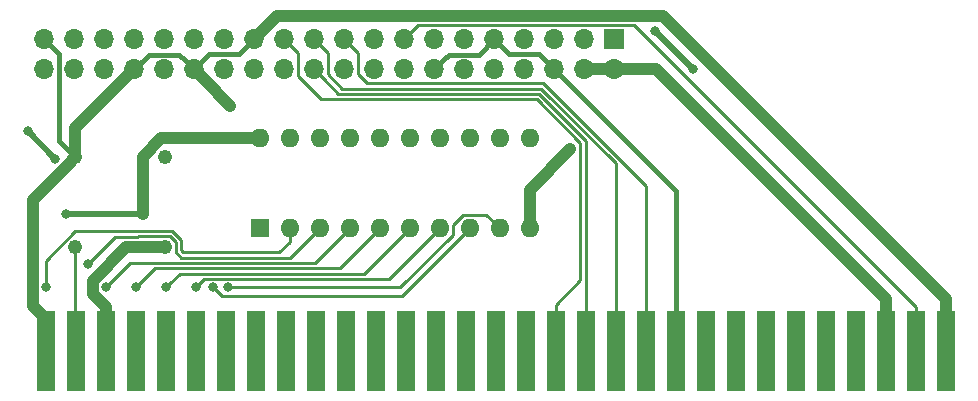
<source format=gbr>
G04 #@! TF.GenerationSoftware,KiCad,Pcbnew,(5.1.5)-3*
G04 #@! TF.CreationDate,2021-09-16T15:53:37+03:00*
G04 #@! TF.ProjectId,ISARPiv2,49534152-5069-4763-922e-6b696361645f,rev?*
G04 #@! TF.SameCoordinates,Original*
G04 #@! TF.FileFunction,Copper,L2,Bot*
G04 #@! TF.FilePolarity,Positive*
%FSLAX46Y46*%
G04 Gerber Fmt 4.6, Leading zero omitted, Abs format (unit mm)*
G04 Created by KiCad (PCBNEW (5.1.5)-3) date 2021-09-16 15:53:37*
%MOMM*%
%LPD*%
G04 APERTURE LIST*
%ADD10C,1.210000*%
%ADD11O,1.600000X1.600000*%
%ADD12R,1.600000X1.600000*%
%ADD13O,1.700000X1.700000*%
%ADD14R,1.700000X1.700000*%
%ADD15R,1.524000X6.858000*%
%ADD16C,0.800000*%
%ADD17C,0.250000*%
%ADD18C,1.000000*%
%ADD19C,0.400000*%
%ADD20C,0.500000*%
G04 APERTURE END LIST*
D10*
X102000000Y-81620000D03*
X94380000Y-81620000D03*
X94380000Y-74000000D03*
X102000000Y-74000000D03*
D11*
X110000000Y-72380000D03*
X132860000Y-80000000D03*
X112540000Y-72380000D03*
X130320000Y-80000000D03*
X115080000Y-72380000D03*
X127780000Y-80000000D03*
X117620000Y-72380000D03*
X125240000Y-80000000D03*
X120160000Y-72380000D03*
X122700000Y-80000000D03*
X122700000Y-72380000D03*
X120160000Y-80000000D03*
X125240000Y-72380000D03*
X117620000Y-80000000D03*
X127780000Y-72380000D03*
X115080000Y-80000000D03*
X130320000Y-72380000D03*
X112540000Y-80000000D03*
X132860000Y-72380000D03*
D12*
X110000000Y-80000000D03*
D13*
X91740000Y-66540000D03*
X91740000Y-64000000D03*
X94280000Y-66540000D03*
X94280000Y-64000000D03*
X96820000Y-66540000D03*
X96820000Y-64000000D03*
X99360000Y-66540000D03*
X99360000Y-64000000D03*
X101900000Y-66540000D03*
X101900000Y-64000000D03*
X104440000Y-66540000D03*
X104440000Y-64000000D03*
X106980000Y-66540000D03*
X106980000Y-64000000D03*
X109520000Y-66540000D03*
X109520000Y-64000000D03*
X112060000Y-66540000D03*
X112060000Y-64000000D03*
X114600000Y-66540000D03*
X114600000Y-64000000D03*
X117140000Y-66540000D03*
X117140000Y-64000000D03*
X119680000Y-66540000D03*
X119680000Y-64000000D03*
X122220000Y-66540000D03*
X122220000Y-64000000D03*
X124760000Y-66540000D03*
X124760000Y-64000000D03*
X127300000Y-66540000D03*
X127300000Y-64000000D03*
X129840000Y-66540000D03*
X129840000Y-64000000D03*
X132380000Y-66540000D03*
X132380000Y-64000000D03*
X134920000Y-66540000D03*
X134920000Y-64000000D03*
X137460000Y-66540000D03*
X137460000Y-64000000D03*
X140000000Y-66540000D03*
D14*
X140000000Y-64000000D03*
D15*
X91900000Y-90381000D03*
X94440000Y-90381000D03*
X96980000Y-90381000D03*
X99520000Y-90381000D03*
X102060000Y-90381000D03*
X104600000Y-90381000D03*
X107140000Y-90381000D03*
X109680000Y-90381000D03*
X112220000Y-90381000D03*
X114760000Y-90381000D03*
X117300000Y-90381000D03*
X119840000Y-90381000D03*
X122380000Y-90381000D03*
X124920000Y-90381000D03*
X127460000Y-90381000D03*
X130000000Y-90381000D03*
X132540000Y-90381000D03*
X135080000Y-90381000D03*
X137620000Y-90381000D03*
X140160000Y-90381000D03*
X142700000Y-90381000D03*
X145240000Y-90381000D03*
X147780000Y-90381000D03*
X150320000Y-90381000D03*
X152860000Y-90381000D03*
X155400000Y-90381000D03*
X157940000Y-90381000D03*
X160480000Y-90381000D03*
X163020000Y-90381000D03*
X165560000Y-90381000D03*
X168100000Y-90381000D03*
D16*
X91900000Y-85000000D03*
X95500000Y-83000000D03*
X96980000Y-85000000D03*
X99520000Y-85000000D03*
X102060000Y-85000000D03*
X104600000Y-85000000D03*
X106100000Y-85000000D03*
X107300000Y-85000000D03*
X107500000Y-69600000D03*
X136300000Y-73300000D03*
X100100000Y-78800000D03*
X93600000Y-78800000D03*
X92700000Y-74100000D03*
X146740000Y-66540000D03*
X143500000Y-63300000D03*
X90400000Y-71800000D03*
D17*
X91900000Y-82723598D02*
X91900000Y-84434315D01*
X103380011Y-81843601D02*
X103380011Y-80980011D01*
X103561360Y-82024950D02*
X103380011Y-81843601D01*
X112540000Y-80000000D02*
X112540000Y-81131370D01*
X91900000Y-84434315D02*
X91900000Y-85000000D01*
X103200000Y-80800000D02*
X103192812Y-80800000D01*
X111646420Y-82024950D02*
X103561360Y-82024950D01*
X112540000Y-81131370D02*
X111646420Y-82024950D01*
X103380011Y-80980011D02*
X103200000Y-80800000D01*
X103192812Y-80800000D02*
X102632801Y-80239989D01*
X102632801Y-80239989D02*
X101367198Y-80239990D01*
X94383608Y-80239990D02*
X91900000Y-82723598D01*
X101367198Y-80239990D02*
X94383608Y-80239990D01*
X97800000Y-80700000D02*
X95500000Y-83000000D01*
X99710001Y-80689999D02*
X99700000Y-80700000D01*
X99700000Y-80700000D02*
X97800000Y-80700000D01*
X102446401Y-80689999D02*
X99710001Y-80689999D01*
X112605040Y-82474960D02*
X103374960Y-82474960D01*
X103374960Y-82474960D02*
X102930001Y-82030001D01*
X102930001Y-82030001D02*
X102930001Y-81173599D01*
X115080000Y-80000000D02*
X112605040Y-82474960D01*
X102930001Y-81173599D02*
X102446401Y-80689999D01*
X97379999Y-84600001D02*
X96980000Y-85000000D01*
X99055030Y-82924970D02*
X97379999Y-84600001D01*
X114695030Y-82924970D02*
X99055030Y-82924970D01*
X117620000Y-80000000D02*
X114695030Y-82924970D01*
X99919999Y-84600001D02*
X99520000Y-85000000D01*
X101145021Y-83374979D02*
X99919999Y-84600001D01*
X116785021Y-83374979D02*
X101145021Y-83374979D01*
X120160000Y-80000000D02*
X116785021Y-83374979D01*
X102459999Y-84600001D02*
X102060000Y-85000000D01*
X103235011Y-83824989D02*
X102459999Y-84600001D01*
X118875011Y-83824989D02*
X103235011Y-83824989D01*
X122700000Y-80000000D02*
X118875011Y-83824989D01*
X104999999Y-84600001D02*
X104600000Y-85000000D01*
X105325001Y-84274999D02*
X104999999Y-84600001D01*
X120965001Y-84274999D02*
X105325001Y-84274999D01*
X125240000Y-80000000D02*
X120965001Y-84274999D01*
X106499999Y-85399999D02*
X106100000Y-85000000D01*
X106825001Y-85725001D02*
X106499999Y-85399999D01*
X122054999Y-85725001D02*
X106825001Y-85725001D01*
X127780000Y-80000000D02*
X122054999Y-85725001D01*
X121905002Y-85000000D02*
X107865685Y-85000000D01*
X126365001Y-80540001D02*
X121905002Y-85000000D01*
X126365001Y-79749997D02*
X126365001Y-80540001D01*
X107865685Y-85000000D02*
X107300000Y-85000000D01*
X127239999Y-78874999D02*
X126365001Y-79749997D01*
X129194999Y-78874999D02*
X127239999Y-78874999D01*
X130320000Y-80000000D02*
X129194999Y-78874999D01*
D18*
X93775001Y-74604999D02*
X94380000Y-74000000D01*
X90799999Y-77580001D02*
X93775001Y-74604999D01*
X90799999Y-86613999D02*
X90799999Y-77580001D01*
X91900000Y-87714000D02*
X90799999Y-86613999D01*
X91900000Y-90381000D02*
X91900000Y-87714000D01*
X94380000Y-71520000D02*
X99360000Y-66540000D01*
X94380000Y-74000000D02*
X94380000Y-71520000D01*
X104440000Y-66540000D02*
X105289999Y-67389999D01*
X105289999Y-67389999D02*
X107500000Y-69600000D01*
X107500000Y-69600000D02*
X107500000Y-69600000D01*
X110369999Y-63150001D02*
X109520000Y-64000000D01*
X111520011Y-61999989D02*
X110369999Y-63150001D01*
X144147989Y-61999989D02*
X111520011Y-61999989D01*
X168100000Y-85952000D02*
X144147989Y-61999989D01*
X168100000Y-90381000D02*
X168100000Y-85952000D01*
D19*
X134070001Y-65690001D02*
X134920000Y-66540000D01*
X133630001Y-65250001D02*
X134070001Y-65690001D01*
X131090001Y-65250001D02*
X133630001Y-65250001D01*
X129840000Y-64000000D02*
X131090001Y-65250001D01*
X125609999Y-65690001D02*
X124760000Y-66540000D01*
X126010001Y-65289999D02*
X125609999Y-65690001D01*
X128550001Y-65289999D02*
X126010001Y-65289999D01*
X129840000Y-64000000D02*
X128550001Y-65289999D01*
X105289999Y-65690001D02*
X104440000Y-66540000D01*
X105729999Y-65250001D02*
X105289999Y-65690001D01*
X108269999Y-65250001D02*
X105729999Y-65250001D01*
X109520000Y-64000000D02*
X108269999Y-65250001D01*
X103590001Y-65690001D02*
X104440000Y-66540000D01*
X103189999Y-65289999D02*
X103590001Y-65690001D01*
X100610001Y-65289999D02*
X103189999Y-65289999D01*
X99360000Y-66540000D02*
X100610001Y-65289999D01*
X145240000Y-76860000D02*
X134920000Y-66540000D01*
X145240000Y-90381000D02*
X145240000Y-76860000D01*
D18*
X132860000Y-76740000D02*
X136300000Y-73300000D01*
X132860000Y-80000000D02*
X132860000Y-76740000D01*
D19*
X92589999Y-64849999D02*
X91740000Y-64000000D01*
X92990001Y-65250001D02*
X92589999Y-64849999D01*
X92990001Y-72610001D02*
X92990001Y-65250001D01*
X94380000Y-74000000D02*
X92990001Y-72610001D01*
D18*
X101144401Y-81620000D02*
X102000000Y-81620000D01*
X95879999Y-84471999D02*
X98731998Y-81620000D01*
X98731998Y-81620000D02*
X101144401Y-81620000D01*
X95879999Y-85528001D02*
X95879999Y-84471999D01*
X96980000Y-86628002D02*
X95879999Y-85528001D01*
X96980000Y-90381000D02*
X96980000Y-86628002D01*
X108868630Y-72380000D02*
X110000000Y-72380000D01*
X100100000Y-73968598D02*
X101688598Y-72380000D01*
X101688598Y-72380000D02*
X108868630Y-72380000D01*
X100100000Y-78800000D02*
X100100000Y-73968598D01*
X163020000Y-85952000D02*
X163020000Y-90381000D01*
X143608000Y-66540000D02*
X163020000Y-85952000D01*
X140000000Y-66540000D02*
X143608000Y-66540000D01*
X137460000Y-66540000D02*
X140000000Y-66540000D01*
D20*
X100100000Y-78800000D02*
X93600000Y-78800000D01*
X93600000Y-78800000D02*
X93600000Y-78800000D01*
X146740000Y-66540000D02*
X143500000Y-63300000D01*
X143500000Y-63300000D02*
X143500000Y-63300000D01*
X90400000Y-71800000D02*
X92700000Y-74100000D01*
D17*
X123069999Y-63150001D02*
X122220000Y-64000000D01*
X123395001Y-62824999D02*
X123069999Y-63150001D01*
X141682999Y-62824999D02*
X123395001Y-62824999D01*
X165560000Y-86702000D02*
X141682999Y-62824999D01*
X165560000Y-90381000D02*
X165560000Y-86702000D01*
X94380000Y-90321000D02*
X94440000Y-90381000D01*
X94380000Y-81620000D02*
X94380000Y-90321000D01*
X112909999Y-64849999D02*
X112060000Y-64000000D01*
X113235001Y-67104001D02*
X113235001Y-65175001D01*
X115196029Y-69065029D02*
X113235001Y-67104001D01*
X137169990Y-84400000D02*
X137169990Y-72779220D01*
X135080000Y-86489990D02*
X137169990Y-84400000D01*
X137169990Y-72779220D02*
X133455801Y-69065031D01*
X113235001Y-65175001D02*
X112909999Y-64849999D01*
X127600000Y-69065031D02*
X115196029Y-69065029D01*
X135080000Y-90381000D02*
X135080000Y-86489990D01*
X133455801Y-69065031D02*
X127600000Y-69065031D01*
X115449999Y-67389999D02*
X114600000Y-66540000D01*
X116675021Y-68615021D02*
X115449999Y-67389999D01*
X133642201Y-68615021D02*
X116675021Y-68615021D01*
X137620000Y-72592820D02*
X133642201Y-68615021D01*
X137620000Y-90381000D02*
X137620000Y-72592820D01*
X115449999Y-64849999D02*
X114600000Y-64000000D01*
X115775001Y-65175001D02*
X115449999Y-64849999D01*
X115775001Y-66914003D02*
X115775001Y-65175001D01*
X117026009Y-68165011D02*
X115775001Y-66914003D01*
X133828601Y-68165011D02*
X117026009Y-68165011D01*
X140160000Y-74496410D02*
X133828601Y-68165011D01*
X140160000Y-90381000D02*
X140160000Y-74496410D01*
X142700000Y-90381000D02*
X142700000Y-76400000D01*
X117989999Y-64849999D02*
X117140000Y-64000000D01*
X118315001Y-65175001D02*
X117989999Y-64849999D01*
X118315001Y-66914003D02*
X118315001Y-65175001D01*
X119115999Y-67715001D02*
X118315001Y-66914003D01*
X134015001Y-67715001D02*
X119115999Y-67715001D01*
X142700000Y-76400000D02*
X134015001Y-67715001D01*
M02*

</source>
